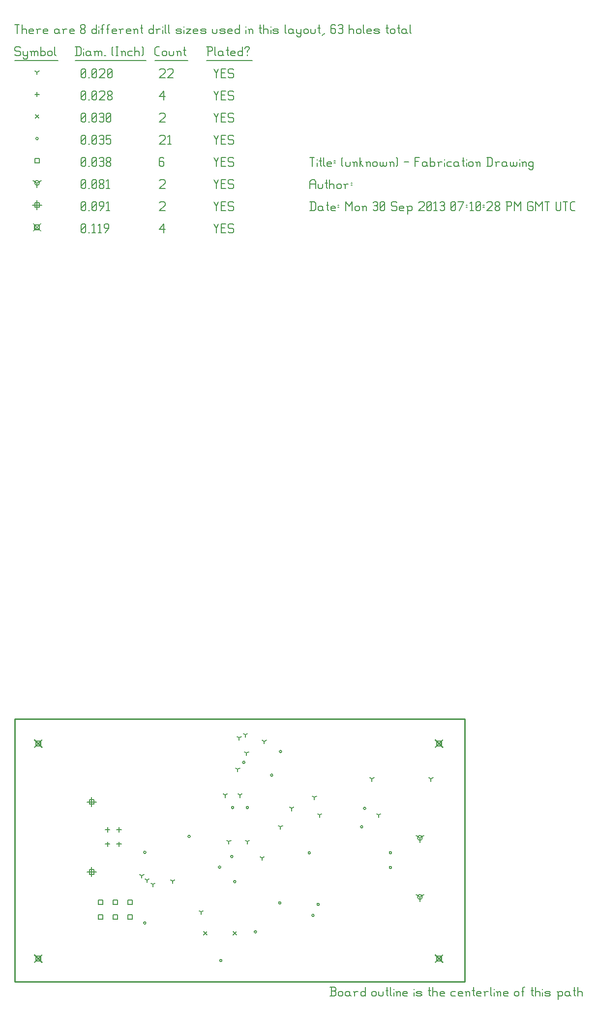
<source format=gbr>
G04 start of page 12 for group -3984 idx -3984 *
G04 Title: (unknown), fab *
G04 Creator: pcb 1.99z *
G04 CreationDate: Mon 30 Sep 2013 07:10:28 PM GMT UTC *
G04 For: commonadmin *
G04 Format: Gerber/RS-274X *
G04 PCB-Dimensions: 600000 500000 *
G04 PCB-Coordinate-Origin: lower left *
%MOIN*%
%FSLAX25Y25*%
%LNFAB*%
%ADD100C,0.0100*%
%ADD99C,0.0075*%
%ADD98C,0.0060*%
%ADD97R,0.0080X0.0080*%
%ADD96C,0.0001*%
G54D96*G36*
X13348Y18714D02*X18714Y13348D01*
X18148Y12782D01*
X12782Y18148D01*
X13348Y18714D01*
G37*
G36*
X12782Y13348D02*X18148Y18714D01*
X18714Y18148D01*
X13348Y12782D01*
X12782Y13348D01*
G37*
G54D97*X14148Y17348D02*X17348D01*
X14148D02*Y14148D01*
X17348D01*
Y17348D02*Y14148D01*
G54D96*G36*
X285002Y18714D02*X290367Y13348D01*
X289802Y12782D01*
X284436Y18148D01*
X285002Y18714D01*
G37*
G36*
X284436Y13348D02*X289802Y18714D01*
X290367Y18148D01*
X285002Y12782D01*
X284436Y13348D01*
G37*
G54D97*X285802Y17348D02*X289002D01*
X285802D02*Y14148D01*
X289002D01*
Y17348D02*Y14148D01*
G54D96*G36*
X13348Y164383D02*X18714Y159017D01*
X18148Y158452D01*
X12782Y163817D01*
X13348Y164383D01*
G37*
G36*
X12782Y159017D02*X18148Y164383D01*
X18714Y163817D01*
X13348Y158452D01*
X12782Y159017D01*
G37*
G54D97*X14148Y163017D02*X17348D01*
X14148D02*Y159817D01*
X17348D01*
Y163017D02*Y159817D01*
G54D96*G36*
X285002Y164383D02*X290367Y159017D01*
X289802Y158452D01*
X284436Y163817D01*
X285002Y164383D01*
G37*
G36*
X284436Y159017D02*X289802Y164383D01*
X290367Y163817D01*
X285002Y158452D01*
X284436Y159017D01*
G37*
G54D97*X285802Y163017D02*X289002D01*
X285802D02*Y159817D01*
X289002D01*
Y163017D02*Y159817D01*
G54D96*G36*
X12600Y514216D02*X17966Y508850D01*
X17400Y508284D01*
X12034Y513650D01*
X12600Y514216D01*
G37*
G36*
X12034Y508850D02*X17400Y514216D01*
X17966Y513650D01*
X12600Y508284D01*
X12034Y508850D01*
G37*
G54D97*X13400Y512850D02*X16600D01*
X13400D02*Y509650D01*
X16600D01*
Y512850D02*Y509650D01*
G54D98*X135000Y513500D02*X136500Y510500D01*
X138000Y513500D01*
X136500Y510500D02*Y507500D01*
X139800Y510800D02*X142050D01*
X139800Y507500D02*X142800D01*
X139800Y513500D02*Y507500D01*
Y513500D02*X142800D01*
X147600D02*X148350Y512750D01*
X145350Y513500D02*X147600D01*
X144600Y512750D02*X145350Y513500D01*
X144600Y512750D02*Y511250D01*
X145350Y510500D01*
X147600D01*
X148350Y509750D01*
Y508250D01*
X147600Y507500D02*X148350Y508250D01*
X145350Y507500D02*X147600D01*
X144600Y508250D02*X145350Y507500D01*
X98000Y509750D02*X101000Y513500D01*
X98000Y509750D02*X101750D01*
X101000Y513500D02*Y507500D01*
X45000Y508250D02*X45750Y507500D01*
X45000Y512750D02*Y508250D01*
Y512750D02*X45750Y513500D01*
X47250D01*
X48000Y512750D01*
Y508250D01*
X47250Y507500D02*X48000Y508250D01*
X45750Y507500D02*X47250D01*
X45000Y509000D02*X48000Y512000D01*
X49800Y507500D02*X50550D01*
X52350Y512300D02*X53550Y513500D01*
Y507500D01*
X52350D02*X54600D01*
X56400Y512300D02*X57600Y513500D01*
Y507500D01*
X56400D02*X58650D01*
X61200D02*X63450Y510500D01*
Y512750D02*Y510500D01*
X62700Y513500D02*X63450Y512750D01*
X61200Y513500D02*X62700D01*
X60450Y512750D02*X61200Y513500D01*
X60450Y512750D02*Y511250D01*
X61200Y510500D01*
X63450D01*
X52000Y77700D02*Y71300D01*
X48800Y74500D02*X55200D01*
X50400Y76100D02*X53600D01*
X50400D02*Y72900D01*
X53600D01*
Y76100D02*Y72900D01*
X52000Y125100D02*Y118700D01*
X48800Y121900D02*X55200D01*
X50400Y123500D02*X53600D01*
X50400D02*Y120300D01*
X53600D01*
Y123500D02*Y120300D01*
X15000Y529450D02*Y523050D01*
X11800Y526250D02*X18200D01*
X13400Y527850D02*X16600D01*
X13400D02*Y524650D01*
X16600D01*
Y527850D02*Y524650D01*
X135000Y528500D02*X136500Y525500D01*
X138000Y528500D01*
X136500Y525500D02*Y522500D01*
X139800Y525800D02*X142050D01*
X139800Y522500D02*X142800D01*
X139800Y528500D02*Y522500D01*
Y528500D02*X142800D01*
X147600D02*X148350Y527750D01*
X145350Y528500D02*X147600D01*
X144600Y527750D02*X145350Y528500D01*
X144600Y527750D02*Y526250D01*
X145350Y525500D01*
X147600D01*
X148350Y524750D01*
Y523250D01*
X147600Y522500D02*X148350Y523250D01*
X145350Y522500D02*X147600D01*
X144600Y523250D02*X145350Y522500D01*
X98000Y527750D02*X98750Y528500D01*
X101000D01*
X101750Y527750D01*
Y526250D01*
X98000Y522500D02*X101750Y526250D01*
X98000Y522500D02*X101750D01*
X45000Y523250D02*X45750Y522500D01*
X45000Y527750D02*Y523250D01*
Y527750D02*X45750Y528500D01*
X47250D01*
X48000Y527750D01*
Y523250D01*
X47250Y522500D02*X48000Y523250D01*
X45750Y522500D02*X47250D01*
X45000Y524000D02*X48000Y527000D01*
X49800Y522500D02*X50550D01*
X52350Y523250D02*X53100Y522500D01*
X52350Y527750D02*Y523250D01*
Y527750D02*X53100Y528500D01*
X54600D01*
X55350Y527750D01*
Y523250D01*
X54600Y522500D02*X55350Y523250D01*
X53100Y522500D02*X54600D01*
X52350Y524000D02*X55350Y527000D01*
X57900Y522500D02*X60150Y525500D01*
Y527750D02*Y525500D01*
X59400Y528500D02*X60150Y527750D01*
X57900Y528500D02*X59400D01*
X57150Y527750D02*X57900Y528500D01*
X57150Y527750D02*Y526250D01*
X57900Y525500D01*
X60150D01*
X61950Y527300D02*X63150Y528500D01*
Y522500D01*
X61950D02*X64200D01*
X274500Y97500D02*Y94300D01*
Y97500D02*X277273Y99100D01*
X274500Y97500D02*X271727Y99100D01*
X272900Y97500D02*G75*G03X276100Y97500I1600J0D01*G01*
G75*G03X272900Y97500I-1600J0D01*G01*
X274500Y57500D02*Y54300D01*
Y57500D02*X277273Y59100D01*
X274500Y57500D02*X271727Y59100D01*
X272900Y57500D02*G75*G03X276100Y57500I1600J0D01*G01*
G75*G03X272900Y57500I-1600J0D01*G01*
X15000Y541250D02*Y538050D01*
Y541250D02*X17773Y542850D01*
X15000Y541250D02*X12227Y542850D01*
X13400Y541250D02*G75*G03X16600Y541250I1600J0D01*G01*
G75*G03X13400Y541250I-1600J0D01*G01*
X135000Y543500D02*X136500Y540500D01*
X138000Y543500D01*
X136500Y540500D02*Y537500D01*
X139800Y540800D02*X142050D01*
X139800Y537500D02*X142800D01*
X139800Y543500D02*Y537500D01*
Y543500D02*X142800D01*
X147600D02*X148350Y542750D01*
X145350Y543500D02*X147600D01*
X144600Y542750D02*X145350Y543500D01*
X144600Y542750D02*Y541250D01*
X145350Y540500D01*
X147600D01*
X148350Y539750D01*
Y538250D01*
X147600Y537500D02*X148350Y538250D01*
X145350Y537500D02*X147600D01*
X144600Y538250D02*X145350Y537500D01*
X98000Y542750D02*X98750Y543500D01*
X101000D01*
X101750Y542750D01*
Y541250D01*
X98000Y537500D02*X101750Y541250D01*
X98000Y537500D02*X101750D01*
X45000Y538250D02*X45750Y537500D01*
X45000Y542750D02*Y538250D01*
Y542750D02*X45750Y543500D01*
X47250D01*
X48000Y542750D01*
Y538250D01*
X47250Y537500D02*X48000Y538250D01*
X45750Y537500D02*X47250D01*
X45000Y539000D02*X48000Y542000D01*
X49800Y537500D02*X50550D01*
X52350Y538250D02*X53100Y537500D01*
X52350Y542750D02*Y538250D01*
Y542750D02*X53100Y543500D01*
X54600D01*
X55350Y542750D01*
Y538250D01*
X54600Y537500D02*X55350Y538250D01*
X53100Y537500D02*X54600D01*
X52350Y539000D02*X55350Y542000D01*
X57150Y538250D02*X57900Y537500D01*
X57150Y539450D02*Y538250D01*
Y539450D02*X58200Y540500D01*
X59100D01*
X60150Y539450D01*
Y538250D01*
X59400Y537500D02*X60150Y538250D01*
X57900Y537500D02*X59400D01*
X57150Y541550D02*X58200Y540500D01*
X57150Y542750D02*Y541550D01*
Y542750D02*X57900Y543500D01*
X59400D01*
X60150Y542750D01*
Y541550D01*
X59100Y540500D02*X60150Y541550D01*
X61950Y542300D02*X63150Y543500D01*
Y537500D01*
X61950D02*X64200D01*
X76400Y55500D02*X79600D01*
X76400D02*Y52300D01*
X79600D01*
Y55500D02*Y52300D01*
X76400Y45500D02*X79600D01*
X76400D02*Y42300D01*
X79600D01*
Y45500D02*Y42300D01*
X66400Y55500D02*X69600D01*
X66400D02*Y52300D01*
X69600D01*
Y55500D02*Y52300D01*
X66400Y45500D02*X69600D01*
X66400D02*Y42300D01*
X69600D01*
Y45500D02*Y42300D01*
X56400Y55500D02*X59600D01*
X56400D02*Y52300D01*
X59600D01*
Y55500D02*Y52300D01*
X56400Y45500D02*X59600D01*
X56400D02*Y42300D01*
X59600D01*
Y45500D02*Y42300D01*
X13400Y557850D02*X16600D01*
X13400D02*Y554650D01*
X16600D01*
Y557850D02*Y554650D01*
X135000Y558500D02*X136500Y555500D01*
X138000Y558500D01*
X136500Y555500D02*Y552500D01*
X139800Y555800D02*X142050D01*
X139800Y552500D02*X142800D01*
X139800Y558500D02*Y552500D01*
Y558500D02*X142800D01*
X147600D02*X148350Y557750D01*
X145350Y558500D02*X147600D01*
X144600Y557750D02*X145350Y558500D01*
X144600Y557750D02*Y556250D01*
X145350Y555500D01*
X147600D01*
X148350Y554750D01*
Y553250D01*
X147600Y552500D02*X148350Y553250D01*
X145350Y552500D02*X147600D01*
X144600Y553250D02*X145350Y552500D01*
X100250Y558500D02*X101000Y557750D01*
X98750Y558500D02*X100250D01*
X98000Y557750D02*X98750Y558500D01*
X98000Y557750D02*Y553250D01*
X98750Y552500D01*
X100250Y555800D02*X101000Y555050D01*
X98000Y555800D02*X100250D01*
X98750Y552500D02*X100250D01*
X101000Y553250D01*
Y555050D02*Y553250D01*
X45000D02*X45750Y552500D01*
X45000Y557750D02*Y553250D01*
Y557750D02*X45750Y558500D01*
X47250D01*
X48000Y557750D01*
Y553250D01*
X47250Y552500D02*X48000Y553250D01*
X45750Y552500D02*X47250D01*
X45000Y554000D02*X48000Y557000D01*
X49800Y552500D02*X50550D01*
X52350Y553250D02*X53100Y552500D01*
X52350Y557750D02*Y553250D01*
Y557750D02*X53100Y558500D01*
X54600D01*
X55350Y557750D01*
Y553250D01*
X54600Y552500D02*X55350Y553250D01*
X53100Y552500D02*X54600D01*
X52350Y554000D02*X55350Y557000D01*
X57150Y557750D02*X57900Y558500D01*
X59400D01*
X60150Y557750D01*
X59400Y552500D02*X60150Y553250D01*
X57900Y552500D02*X59400D01*
X57150Y553250D02*X57900Y552500D01*
Y555800D02*X59400D01*
X60150Y557750D02*Y556550D01*
Y555050D02*Y553250D01*
Y555050D02*X59400Y555800D01*
X60150Y556550D02*X59400Y555800D01*
X61950Y553250D02*X62700Y552500D01*
X61950Y554450D02*Y553250D01*
Y554450D02*X63000Y555500D01*
X63900D01*
X64950Y554450D01*
Y553250D01*
X64200Y552500D02*X64950Y553250D01*
X62700Y552500D02*X64200D01*
X61950Y556550D02*X63000Y555500D01*
X61950Y557750D02*Y556550D01*
Y557750D02*X62700Y558500D01*
X64200D01*
X64950Y557750D01*
Y556550D01*
X63900Y555500D02*X64950Y556550D01*
X253700Y77500D02*G75*G03X255300Y77500I800J0D01*G01*
G75*G03X253700Y77500I-800J0D01*G01*
Y87500D02*G75*G03X255300Y87500I800J0D01*G01*
G75*G03X253700Y87500I-800J0D01*G01*
X137885Y77648D02*G75*G03X139485Y77648I800J0D01*G01*
G75*G03X137885Y77648I-800J0D01*G01*
X146200Y84900D02*G75*G03X147800Y84900I800J0D01*G01*
G75*G03X146200Y84900I-800J0D01*G01*
X87200Y87710D02*G75*G03X88800Y87710I800J0D01*G01*
G75*G03X87200Y87710I-800J0D01*G01*
X148200Y67900D02*G75*G03X149800Y67900I800J0D01*G01*
G75*G03X148200Y67900I-800J0D01*G01*
X162200Y33900D02*G75*G03X163800Y33900I800J0D01*G01*
G75*G03X162200Y33900I-800J0D01*G01*
X117200Y98500D02*G75*G03X118800Y98500I800J0D01*G01*
G75*G03X117200Y98500I-800J0D01*G01*
X154300Y148700D02*G75*G03X155900Y148700I800J0D01*G01*
G75*G03X154300Y148700I-800J0D01*G01*
X173200Y140000D02*G75*G03X174800Y140000I800J0D01*G01*
G75*G03X173200Y140000I-800J0D01*G01*
X179200Y156000D02*G75*G03X180800Y156000I800J0D01*G01*
G75*G03X179200Y156000I-800J0D01*G01*
X198700Y87324D02*G75*G03X200300Y87324I800J0D01*G01*
G75*G03X198700Y87324I-800J0D01*G01*
X201200Y45000D02*G75*G03X202800Y45000I800J0D01*G01*
G75*G03X201200Y45000I-800J0D01*G01*
X178700Y53500D02*G75*G03X180300Y53500I800J0D01*G01*
G75*G03X178700Y53500I-800J0D01*G01*
X204700Y52500D02*G75*G03X206300Y52500I800J0D01*G01*
G75*G03X204700Y52500I-800J0D01*G01*
X236200Y117500D02*G75*G03X237800Y117500I800J0D01*G01*
G75*G03X236200Y117500I-800J0D01*G01*
X234200Y105000D02*G75*G03X235800Y105000I800J0D01*G01*
G75*G03X234200Y105000I-800J0D01*G01*
X146700Y118000D02*G75*G03X148300Y118000I800J0D01*G01*
G75*G03X146700Y118000I-800J0D01*G01*
X156700D02*G75*G03X158300Y118000I800J0D01*G01*
G75*G03X156700Y118000I-800J0D01*G01*
X138685Y14375D02*G75*G03X140285Y14375I800J0D01*G01*
G75*G03X138685Y14375I-800J0D01*G01*
X87200Y39900D02*G75*G03X88800Y39900I800J0D01*G01*
G75*G03X87200Y39900I-800J0D01*G01*
X14200Y571250D02*G75*G03X15800Y571250I800J0D01*G01*
G75*G03X14200Y571250I-800J0D01*G01*
X135000Y573500D02*X136500Y570500D01*
X138000Y573500D01*
X136500Y570500D02*Y567500D01*
X139800Y570800D02*X142050D01*
X139800Y567500D02*X142800D01*
X139800Y573500D02*Y567500D01*
Y573500D02*X142800D01*
X147600D02*X148350Y572750D01*
X145350Y573500D02*X147600D01*
X144600Y572750D02*X145350Y573500D01*
X144600Y572750D02*Y571250D01*
X145350Y570500D01*
X147600D01*
X148350Y569750D01*
Y568250D01*
X147600Y567500D02*X148350Y568250D01*
X145350Y567500D02*X147600D01*
X144600Y568250D02*X145350Y567500D01*
X98000Y572750D02*X98750Y573500D01*
X101000D01*
X101750Y572750D01*
Y571250D01*
X98000Y567500D02*X101750Y571250D01*
X98000Y567500D02*X101750D01*
X103550Y572300D02*X104750Y573500D01*
Y567500D01*
X103550D02*X105800D01*
X45000Y568250D02*X45750Y567500D01*
X45000Y572750D02*Y568250D01*
Y572750D02*X45750Y573500D01*
X47250D01*
X48000Y572750D01*
Y568250D01*
X47250Y567500D02*X48000Y568250D01*
X45750Y567500D02*X47250D01*
X45000Y569000D02*X48000Y572000D01*
X49800Y567500D02*X50550D01*
X52350Y568250D02*X53100Y567500D01*
X52350Y572750D02*Y568250D01*
Y572750D02*X53100Y573500D01*
X54600D01*
X55350Y572750D01*
Y568250D01*
X54600Y567500D02*X55350Y568250D01*
X53100Y567500D02*X54600D01*
X52350Y569000D02*X55350Y572000D01*
X57150Y572750D02*X57900Y573500D01*
X59400D01*
X60150Y572750D01*
X59400Y567500D02*X60150Y568250D01*
X57900Y567500D02*X59400D01*
X57150Y568250D02*X57900Y567500D01*
Y570800D02*X59400D01*
X60150Y572750D02*Y571550D01*
Y570050D02*Y568250D01*
Y570050D02*X59400Y570800D01*
X60150Y571550D02*X59400Y570800D01*
X61950Y573500D02*X64950D01*
X61950D02*Y570500D01*
X62700Y571250D01*
X64200D01*
X64950Y570500D01*
Y568250D01*
X64200Y567500D02*X64950Y568250D01*
X62700Y567500D02*X64200D01*
X61950Y568250D02*X62700Y567500D01*
X147800Y34100D02*X150200Y31700D01*
X147800D02*X150200Y34100D01*
X127800D02*X130200Y31700D01*
X127800D02*X130200Y34100D01*
X13800Y587450D02*X16200Y585050D01*
X13800D02*X16200Y587450D01*
X135000Y588500D02*X136500Y585500D01*
X138000Y588500D01*
X136500Y585500D02*Y582500D01*
X139800Y585800D02*X142050D01*
X139800Y582500D02*X142800D01*
X139800Y588500D02*Y582500D01*
Y588500D02*X142800D01*
X147600D02*X148350Y587750D01*
X145350Y588500D02*X147600D01*
X144600Y587750D02*X145350Y588500D01*
X144600Y587750D02*Y586250D01*
X145350Y585500D01*
X147600D01*
X148350Y584750D01*
Y583250D01*
X147600Y582500D02*X148350Y583250D01*
X145350Y582500D02*X147600D01*
X144600Y583250D02*X145350Y582500D01*
X98000Y587750D02*X98750Y588500D01*
X101000D01*
X101750Y587750D01*
Y586250D01*
X98000Y582500D02*X101750Y586250D01*
X98000Y582500D02*X101750D01*
X45000Y583250D02*X45750Y582500D01*
X45000Y587750D02*Y583250D01*
Y587750D02*X45750Y588500D01*
X47250D01*
X48000Y587750D01*
Y583250D01*
X47250Y582500D02*X48000Y583250D01*
X45750Y582500D02*X47250D01*
X45000Y584000D02*X48000Y587000D01*
X49800Y582500D02*X50550D01*
X52350Y583250D02*X53100Y582500D01*
X52350Y587750D02*Y583250D01*
Y587750D02*X53100Y588500D01*
X54600D01*
X55350Y587750D01*
Y583250D01*
X54600Y582500D02*X55350Y583250D01*
X53100Y582500D02*X54600D01*
X52350Y584000D02*X55350Y587000D01*
X57150Y587750D02*X57900Y588500D01*
X59400D01*
X60150Y587750D01*
X59400Y582500D02*X60150Y583250D01*
X57900Y582500D02*X59400D01*
X57150Y583250D02*X57900Y582500D01*
Y585800D02*X59400D01*
X60150Y587750D02*Y586550D01*
Y585050D02*Y583250D01*
Y585050D02*X59400Y585800D01*
X60150Y586550D02*X59400Y585800D01*
X61950Y583250D02*X62700Y582500D01*
X61950Y587750D02*Y583250D01*
Y587750D02*X62700Y588500D01*
X64200D01*
X64950Y587750D01*
Y583250D01*
X64200Y582500D02*X64950Y583250D01*
X62700Y582500D02*X64200D01*
X61950Y584000D02*X64950Y587000D01*
X62700Y94900D02*Y91700D01*
X61100Y93300D02*X64300D01*
X62700Y104700D02*Y101500D01*
X61100Y103100D02*X64300D01*
X70500Y104700D02*Y101500D01*
X68900Y103100D02*X72100D01*
X70500Y94900D02*Y91700D01*
X68900Y93300D02*X72100D01*
X15000Y602850D02*Y599650D01*
X13400Y601250D02*X16600D01*
X135000Y603500D02*X136500Y600500D01*
X138000Y603500D01*
X136500Y600500D02*Y597500D01*
X139800Y600800D02*X142050D01*
X139800Y597500D02*X142800D01*
X139800Y603500D02*Y597500D01*
Y603500D02*X142800D01*
X147600D02*X148350Y602750D01*
X145350Y603500D02*X147600D01*
X144600Y602750D02*X145350Y603500D01*
X144600Y602750D02*Y601250D01*
X145350Y600500D01*
X147600D01*
X148350Y599750D01*
Y598250D01*
X147600Y597500D02*X148350Y598250D01*
X145350Y597500D02*X147600D01*
X144600Y598250D02*X145350Y597500D01*
X98000Y599750D02*X101000Y603500D01*
X98000Y599750D02*X101750D01*
X101000Y603500D02*Y597500D01*
X45000Y598250D02*X45750Y597500D01*
X45000Y602750D02*Y598250D01*
Y602750D02*X45750Y603500D01*
X47250D01*
X48000Y602750D01*
Y598250D01*
X47250Y597500D02*X48000Y598250D01*
X45750Y597500D02*X47250D01*
X45000Y599000D02*X48000Y602000D01*
X49800Y597500D02*X50550D01*
X52350Y598250D02*X53100Y597500D01*
X52350Y602750D02*Y598250D01*
Y602750D02*X53100Y603500D01*
X54600D01*
X55350Y602750D01*
Y598250D01*
X54600Y597500D02*X55350Y598250D01*
X53100Y597500D02*X54600D01*
X52350Y599000D02*X55350Y602000D01*
X57150Y602750D02*X57900Y603500D01*
X60150D01*
X60900Y602750D01*
Y601250D01*
X57150Y597500D02*X60900Y601250D01*
X57150Y597500D02*X60900D01*
X62700Y598250D02*X63450Y597500D01*
X62700Y599450D02*Y598250D01*
Y599450D02*X63750Y600500D01*
X64650D01*
X65700Y599450D01*
Y598250D01*
X64950Y597500D02*X65700Y598250D01*
X63450Y597500D02*X64950D01*
X62700Y601550D02*X63750Y600500D01*
X62700Y602750D02*Y601550D01*
Y602750D02*X63450Y603500D01*
X64950D01*
X65700Y602750D01*
Y601550D01*
X64650Y600500D02*X65700Y601550D01*
X246500Y113000D02*Y111400D01*
Y113000D02*X247887Y113800D01*
X246500Y113000D02*X245113Y113800D01*
X206500Y113000D02*Y111400D01*
Y113000D02*X207887Y113800D01*
X206500Y113000D02*X205113Y113800D01*
X282000Y137500D02*Y135900D01*
Y137500D02*X283387Y138300D01*
X282000Y137500D02*X280613Y138300D01*
X242000Y137500D02*Y135900D01*
Y137500D02*X243387Y138300D01*
X242000Y137500D02*X240613Y138300D01*
X126086Y47396D02*Y45796D01*
Y47396D02*X127472Y48196D01*
X126086Y47396D02*X124699Y48196D01*
X86000Y71900D02*Y70300D01*
Y71900D02*X87387Y72700D01*
X86000Y71900D02*X84613Y72700D01*
X89500Y68900D02*Y67300D01*
Y68900D02*X90887Y69700D01*
X89500Y68900D02*X88113Y69700D01*
X156300Y167400D02*Y165800D01*
Y167400D02*X157687Y168200D01*
X156300Y167400D02*X154913Y168200D01*
X152000Y165400D02*Y163800D01*
Y165400D02*X153387Y166200D01*
X152000Y165400D02*X150613Y166200D01*
X169000Y162900D02*Y161300D01*
Y162900D02*X170387Y163700D01*
X169000Y162900D02*X167613Y163700D01*
X93500Y66000D02*Y64400D01*
Y66000D02*X94887Y66800D01*
X93500Y66000D02*X92113Y66800D01*
X106800Y68200D02*Y66600D01*
Y68200D02*X108187Y69000D01*
X106800Y68200D02*X105413Y69000D01*
X157500Y95000D02*Y93400D01*
Y95000D02*X158887Y95800D01*
X157500Y95000D02*X156113Y95800D01*
X157000Y155000D02*Y153400D01*
Y155000D02*X158387Y155800D01*
X157000Y155000D02*X155613Y155800D01*
X167500Y83900D02*Y82300D01*
Y83900D02*X168887Y84700D01*
X167500Y83900D02*X166113Y84700D01*
X145000Y95000D02*Y93400D01*
Y95000D02*X146387Y95800D01*
X145000Y95000D02*X143613Y95800D01*
X152500Y126500D02*Y124900D01*
Y126500D02*X153887Y127300D01*
X152500Y126500D02*X151113Y127300D01*
X203000Y125000D02*Y123400D01*
Y125000D02*X204387Y125800D01*
X203000Y125000D02*X201613Y125800D01*
X180000Y105000D02*Y103400D01*
Y105000D02*X181387Y105800D01*
X180000Y105000D02*X178613Y105800D01*
X187500Y117500D02*Y115900D01*
Y117500D02*X188887Y118300D01*
X187500Y117500D02*X186113Y118300D01*
X142500Y126500D02*Y124900D01*
Y126500D02*X143887Y127300D01*
X142500Y126500D02*X141113Y127300D01*
X151000Y144000D02*Y142400D01*
Y144000D02*X152387Y144800D01*
X151000Y144000D02*X149613Y144800D01*
X15000Y616250D02*Y614650D01*
Y616250D02*X16387Y617050D01*
X15000Y616250D02*X13613Y617050D01*
X135000Y618500D02*X136500Y615500D01*
X138000Y618500D01*
X136500Y615500D02*Y612500D01*
X139800Y615800D02*X142050D01*
X139800Y612500D02*X142800D01*
X139800Y618500D02*Y612500D01*
Y618500D02*X142800D01*
X147600D02*X148350Y617750D01*
X145350Y618500D02*X147600D01*
X144600Y617750D02*X145350Y618500D01*
X144600Y617750D02*Y616250D01*
X145350Y615500D01*
X147600D01*
X148350Y614750D01*
Y613250D01*
X147600Y612500D02*X148350Y613250D01*
X145350Y612500D02*X147600D01*
X144600Y613250D02*X145350Y612500D01*
X98000Y617750D02*X98750Y618500D01*
X101000D01*
X101750Y617750D01*
Y616250D01*
X98000Y612500D02*X101750Y616250D01*
X98000Y612500D02*X101750D01*
X103550Y617750D02*X104300Y618500D01*
X106550D01*
X107300Y617750D01*
Y616250D01*
X103550Y612500D02*X107300Y616250D01*
X103550Y612500D02*X107300D01*
X45000Y613250D02*X45750Y612500D01*
X45000Y617750D02*Y613250D01*
Y617750D02*X45750Y618500D01*
X47250D01*
X48000Y617750D01*
Y613250D01*
X47250Y612500D02*X48000Y613250D01*
X45750Y612500D02*X47250D01*
X45000Y614000D02*X48000Y617000D01*
X49800Y612500D02*X50550D01*
X52350Y613250D02*X53100Y612500D01*
X52350Y617750D02*Y613250D01*
Y617750D02*X53100Y618500D01*
X54600D01*
X55350Y617750D01*
Y613250D01*
X54600Y612500D02*X55350Y613250D01*
X53100Y612500D02*X54600D01*
X52350Y614000D02*X55350Y617000D01*
X57150Y617750D02*X57900Y618500D01*
X60150D01*
X60900Y617750D01*
Y616250D01*
X57150Y612500D02*X60900Y616250D01*
X57150Y612500D02*X60900D01*
X62700Y613250D02*X63450Y612500D01*
X62700Y617750D02*Y613250D01*
Y617750D02*X63450Y618500D01*
X64950D01*
X65700Y617750D01*
Y613250D01*
X64950Y612500D02*X65700Y613250D01*
X63450Y612500D02*X64950D01*
X62700Y614000D02*X65700Y617000D01*
X3000Y633500D02*X3750Y632750D01*
X750Y633500D02*X3000D01*
X0Y632750D02*X750Y633500D01*
X0Y632750D02*Y631250D01*
X750Y630500D01*
X3000D01*
X3750Y629750D01*
Y628250D01*
X3000Y627500D02*X3750Y628250D01*
X750Y627500D02*X3000D01*
X0Y628250D02*X750Y627500D01*
X5550Y630500D02*Y628250D01*
X6300Y627500D01*
X8550Y630500D02*Y626000D01*
X7800Y625250D02*X8550Y626000D01*
X6300Y625250D02*X7800D01*
X5550Y626000D02*X6300Y625250D01*
Y627500D02*X7800D01*
X8550Y628250D01*
X11100Y629750D02*Y627500D01*
Y629750D02*X11850Y630500D01*
X12600D01*
X13350Y629750D01*
Y627500D01*
Y629750D02*X14100Y630500D01*
X14850D01*
X15600Y629750D01*
Y627500D01*
X10350Y630500D02*X11100Y629750D01*
X17400Y633500D02*Y627500D01*
Y628250D02*X18150Y627500D01*
X19650D01*
X20400Y628250D01*
Y629750D02*Y628250D01*
X19650Y630500D02*X20400Y629750D01*
X18150Y630500D02*X19650D01*
X17400Y629750D02*X18150Y630500D01*
X22200Y629750D02*Y628250D01*
Y629750D02*X22950Y630500D01*
X24450D01*
X25200Y629750D01*
Y628250D01*
X24450Y627500D02*X25200Y628250D01*
X22950Y627500D02*X24450D01*
X22200Y628250D02*X22950Y627500D01*
X27000Y633500D02*Y628250D01*
X27750Y627500D01*
X0Y624250D02*X29250D01*
X41750Y633500D02*Y627500D01*
X43700Y633500D02*X44750Y632450D01*
Y628550D01*
X43700Y627500D02*X44750Y628550D01*
X41000Y627500D02*X43700D01*
X41000Y633500D02*X43700D01*
G54D99*X46550Y632000D02*Y631850D01*
G54D98*Y629750D02*Y627500D01*
X50300Y630500D02*X51050Y629750D01*
X48800Y630500D02*X50300D01*
X48050Y629750D02*X48800Y630500D01*
X48050Y629750D02*Y628250D01*
X48800Y627500D01*
X51050Y630500D02*Y628250D01*
X51800Y627500D01*
X48800D02*X50300D01*
X51050Y628250D01*
X54350Y629750D02*Y627500D01*
Y629750D02*X55100Y630500D01*
X55850D01*
X56600Y629750D01*
Y627500D01*
Y629750D02*X57350Y630500D01*
X58100D01*
X58850Y629750D01*
Y627500D01*
X53600Y630500D02*X54350Y629750D01*
X60650Y627500D02*X61400D01*
X65900Y628250D02*X66650Y627500D01*
X65900Y632750D02*X66650Y633500D01*
X65900Y632750D02*Y628250D01*
X68450Y633500D02*X69950D01*
X69200D02*Y627500D01*
X68450D02*X69950D01*
X72500Y629750D02*Y627500D01*
Y629750D02*X73250Y630500D01*
X74000D01*
X74750Y629750D01*
Y627500D01*
X71750Y630500D02*X72500Y629750D01*
X77300Y630500D02*X79550D01*
X76550Y629750D02*X77300Y630500D01*
X76550Y629750D02*Y628250D01*
X77300Y627500D01*
X79550D01*
X81350Y633500D02*Y627500D01*
Y629750D02*X82100Y630500D01*
X83600D01*
X84350Y629750D01*
Y627500D01*
X86150Y633500D02*X86900Y632750D01*
Y628250D01*
X86150Y627500D02*X86900Y628250D01*
X41000Y624250D02*X88700D01*
X96050Y627500D02*X98000D01*
X95000Y628550D02*X96050Y627500D01*
X95000Y632450D02*Y628550D01*
Y632450D02*X96050Y633500D01*
X98000D01*
X99800Y629750D02*Y628250D01*
Y629750D02*X100550Y630500D01*
X102050D01*
X102800Y629750D01*
Y628250D01*
X102050Y627500D02*X102800Y628250D01*
X100550Y627500D02*X102050D01*
X99800Y628250D02*X100550Y627500D01*
X104600Y630500D02*Y628250D01*
X105350Y627500D01*
X106850D01*
X107600Y628250D01*
Y630500D02*Y628250D01*
X110150Y629750D02*Y627500D01*
Y629750D02*X110900Y630500D01*
X111650D01*
X112400Y629750D01*
Y627500D01*
X109400Y630500D02*X110150Y629750D01*
X114950Y633500D02*Y628250D01*
X115700Y627500D01*
X114200Y631250D02*X115700D01*
X95000Y624250D02*X117200D01*
X130750Y633500D02*Y627500D01*
X130000Y633500D02*X133000D01*
X133750Y632750D01*
Y631250D01*
X133000Y630500D02*X133750Y631250D01*
X130750Y630500D02*X133000D01*
X135550Y633500D02*Y628250D01*
X136300Y627500D01*
X140050Y630500D02*X140800Y629750D01*
X138550Y630500D02*X140050D01*
X137800Y629750D02*X138550Y630500D01*
X137800Y629750D02*Y628250D01*
X138550Y627500D01*
X140800Y630500D02*Y628250D01*
X141550Y627500D01*
X138550D02*X140050D01*
X140800Y628250D01*
X144100Y633500D02*Y628250D01*
X144850Y627500D01*
X143350Y631250D02*X144850D01*
X147100Y627500D02*X149350D01*
X146350Y628250D02*X147100Y627500D01*
X146350Y629750D02*Y628250D01*
Y629750D02*X147100Y630500D01*
X148600D01*
X149350Y629750D01*
X146350Y629000D02*X149350D01*
Y629750D02*Y629000D01*
X154150Y633500D02*Y627500D01*
X153400D02*X154150Y628250D01*
X151900Y627500D02*X153400D01*
X151150Y628250D02*X151900Y627500D01*
X151150Y629750D02*Y628250D01*
Y629750D02*X151900Y630500D01*
X153400D01*
X154150Y629750D01*
X157450Y630500D02*Y629750D01*
Y628250D02*Y627500D01*
X155950Y632750D02*Y632000D01*
Y632750D02*X156700Y633500D01*
X158200D01*
X158950Y632750D01*
Y632000D01*
X157450Y630500D02*X158950Y632000D01*
X130000Y624250D02*X160750D01*
X0Y648500D02*X3000D01*
X1500D02*Y642500D01*
X4800Y648500D02*Y642500D01*
Y644750D02*X5550Y645500D01*
X7050D01*
X7800Y644750D01*
Y642500D01*
X10350D02*X12600D01*
X9600Y643250D02*X10350Y642500D01*
X9600Y644750D02*Y643250D01*
Y644750D02*X10350Y645500D01*
X11850D01*
X12600Y644750D01*
X9600Y644000D02*X12600D01*
Y644750D02*Y644000D01*
X15150Y644750D02*Y642500D01*
Y644750D02*X15900Y645500D01*
X17400D01*
X14400D02*X15150Y644750D01*
X19950Y642500D02*X22200D01*
X19200Y643250D02*X19950Y642500D01*
X19200Y644750D02*Y643250D01*
Y644750D02*X19950Y645500D01*
X21450D01*
X22200Y644750D01*
X19200Y644000D02*X22200D01*
Y644750D02*Y644000D01*
X28950Y645500D02*X29700Y644750D01*
X27450Y645500D02*X28950D01*
X26700Y644750D02*X27450Y645500D01*
X26700Y644750D02*Y643250D01*
X27450Y642500D01*
X29700Y645500D02*Y643250D01*
X30450Y642500D01*
X27450D02*X28950D01*
X29700Y643250D01*
X33000Y644750D02*Y642500D01*
Y644750D02*X33750Y645500D01*
X35250D01*
X32250D02*X33000Y644750D01*
X37800Y642500D02*X40050D01*
X37050Y643250D02*X37800Y642500D01*
X37050Y644750D02*Y643250D01*
Y644750D02*X37800Y645500D01*
X39300D01*
X40050Y644750D01*
X37050Y644000D02*X40050D01*
Y644750D02*Y644000D01*
X44550Y643250D02*X45300Y642500D01*
X44550Y644450D02*Y643250D01*
Y644450D02*X45600Y645500D01*
X46500D01*
X47550Y644450D01*
Y643250D01*
X46800Y642500D02*X47550Y643250D01*
X45300Y642500D02*X46800D01*
X44550Y646550D02*X45600Y645500D01*
X44550Y647750D02*Y646550D01*
Y647750D02*X45300Y648500D01*
X46800D01*
X47550Y647750D01*
Y646550D01*
X46500Y645500D02*X47550Y646550D01*
X55050Y648500D02*Y642500D01*
X54300D02*X55050Y643250D01*
X52800Y642500D02*X54300D01*
X52050Y643250D02*X52800Y642500D01*
X52050Y644750D02*Y643250D01*
Y644750D02*X52800Y645500D01*
X54300D01*
X55050Y644750D01*
G54D99*X56850Y647000D02*Y646850D01*
G54D98*Y644750D02*Y642500D01*
X59100Y647750D02*Y642500D01*
Y647750D02*X59850Y648500D01*
X60600D01*
X58350Y645500D02*X59850D01*
X62850Y647750D02*Y642500D01*
Y647750D02*X63600Y648500D01*
X64350D01*
X62100Y645500D02*X63600D01*
X66600Y642500D02*X68850D01*
X65850Y643250D02*X66600Y642500D01*
X65850Y644750D02*Y643250D01*
Y644750D02*X66600Y645500D01*
X68100D01*
X68850Y644750D01*
X65850Y644000D02*X68850D01*
Y644750D02*Y644000D01*
X71400Y644750D02*Y642500D01*
Y644750D02*X72150Y645500D01*
X73650D01*
X70650D02*X71400Y644750D01*
X76200Y642500D02*X78450D01*
X75450Y643250D02*X76200Y642500D01*
X75450Y644750D02*Y643250D01*
Y644750D02*X76200Y645500D01*
X77700D01*
X78450Y644750D01*
X75450Y644000D02*X78450D01*
Y644750D02*Y644000D01*
X81000Y644750D02*Y642500D01*
Y644750D02*X81750Y645500D01*
X82500D01*
X83250Y644750D01*
Y642500D01*
X80250Y645500D02*X81000Y644750D01*
X85800Y648500D02*Y643250D01*
X86550Y642500D01*
X85050Y646250D02*X86550D01*
X93750Y648500D02*Y642500D01*
X93000D02*X93750Y643250D01*
X91500Y642500D02*X93000D01*
X90750Y643250D02*X91500Y642500D01*
X90750Y644750D02*Y643250D01*
Y644750D02*X91500Y645500D01*
X93000D01*
X93750Y644750D01*
X96300D02*Y642500D01*
Y644750D02*X97050Y645500D01*
X98550D01*
X95550D02*X96300Y644750D01*
G54D99*X100350Y647000D02*Y646850D01*
G54D98*Y644750D02*Y642500D01*
X101850Y648500D02*Y643250D01*
X102600Y642500D01*
X104100Y648500D02*Y643250D01*
X104850Y642500D01*
X109800D02*X112050D01*
X112800Y643250D01*
X112050Y644000D02*X112800Y643250D01*
X109800Y644000D02*X112050D01*
X109050Y644750D02*X109800Y644000D01*
X109050Y644750D02*X109800Y645500D01*
X112050D01*
X112800Y644750D01*
X109050Y643250D02*X109800Y642500D01*
G54D99*X114600Y647000D02*Y646850D01*
G54D98*Y644750D02*Y642500D01*
X116100Y645500D02*X119100D01*
X116100Y642500D02*X119100Y645500D01*
X116100Y642500D02*X119100D01*
X121650D02*X123900D01*
X120900Y643250D02*X121650Y642500D01*
X120900Y644750D02*Y643250D01*
Y644750D02*X121650Y645500D01*
X123150D01*
X123900Y644750D01*
X120900Y644000D02*X123900D01*
Y644750D02*Y644000D01*
X126450Y642500D02*X128700D01*
X129450Y643250D01*
X128700Y644000D02*X129450Y643250D01*
X126450Y644000D02*X128700D01*
X125700Y644750D02*X126450Y644000D01*
X125700Y644750D02*X126450Y645500D01*
X128700D01*
X129450Y644750D01*
X125700Y643250D02*X126450Y642500D01*
X133950Y645500D02*Y643250D01*
X134700Y642500D01*
X136200D01*
X136950Y643250D01*
Y645500D02*Y643250D01*
X139500Y642500D02*X141750D01*
X142500Y643250D01*
X141750Y644000D02*X142500Y643250D01*
X139500Y644000D02*X141750D01*
X138750Y644750D02*X139500Y644000D01*
X138750Y644750D02*X139500Y645500D01*
X141750D01*
X142500Y644750D01*
X138750Y643250D02*X139500Y642500D01*
X145050D02*X147300D01*
X144300Y643250D02*X145050Y642500D01*
X144300Y644750D02*Y643250D01*
Y644750D02*X145050Y645500D01*
X146550D01*
X147300Y644750D01*
X144300Y644000D02*X147300D01*
Y644750D02*Y644000D01*
X152100Y648500D02*Y642500D01*
X151350D02*X152100Y643250D01*
X149850Y642500D02*X151350D01*
X149100Y643250D02*X149850Y642500D01*
X149100Y644750D02*Y643250D01*
Y644750D02*X149850Y645500D01*
X151350D01*
X152100Y644750D01*
G54D99*X156600Y647000D02*Y646850D01*
G54D98*Y644750D02*Y642500D01*
X158850Y644750D02*Y642500D01*
Y644750D02*X159600Y645500D01*
X160350D01*
X161100Y644750D01*
Y642500D01*
X158100Y645500D02*X158850Y644750D01*
X166350Y648500D02*Y643250D01*
X167100Y642500D01*
X165600Y646250D02*X167100D01*
X168600Y648500D02*Y642500D01*
Y644750D02*X169350Y645500D01*
X170850D01*
X171600Y644750D01*
Y642500D01*
G54D99*X173400Y647000D02*Y646850D01*
G54D98*Y644750D02*Y642500D01*
X175650D02*X177900D01*
X178650Y643250D01*
X177900Y644000D02*X178650Y643250D01*
X175650Y644000D02*X177900D01*
X174900Y644750D02*X175650Y644000D01*
X174900Y644750D02*X175650Y645500D01*
X177900D01*
X178650Y644750D01*
X174900Y643250D02*X175650Y642500D01*
X183150Y648500D02*Y643250D01*
X183900Y642500D01*
X187650Y645500D02*X188400Y644750D01*
X186150Y645500D02*X187650D01*
X185400Y644750D02*X186150Y645500D01*
X185400Y644750D02*Y643250D01*
X186150Y642500D01*
X188400Y645500D02*Y643250D01*
X189150Y642500D01*
X186150D02*X187650D01*
X188400Y643250D01*
X190950Y645500D02*Y643250D01*
X191700Y642500D01*
X193950Y645500D02*Y641000D01*
X193200Y640250D02*X193950Y641000D01*
X191700Y640250D02*X193200D01*
X190950Y641000D02*X191700Y640250D01*
Y642500D02*X193200D01*
X193950Y643250D01*
X195750Y644750D02*Y643250D01*
Y644750D02*X196500Y645500D01*
X198000D01*
X198750Y644750D01*
Y643250D01*
X198000Y642500D02*X198750Y643250D01*
X196500Y642500D02*X198000D01*
X195750Y643250D02*X196500Y642500D01*
X200550Y645500D02*Y643250D01*
X201300Y642500D01*
X202800D01*
X203550Y643250D01*
Y645500D02*Y643250D01*
X206100Y648500D02*Y643250D01*
X206850Y642500D01*
X205350Y646250D02*X206850D01*
X208350Y641000D02*X209850Y642500D01*
X216600Y648500D02*X217350Y647750D01*
X215100Y648500D02*X216600D01*
X214350Y647750D02*X215100Y648500D01*
X214350Y647750D02*Y643250D01*
X215100Y642500D01*
X216600Y645800D02*X217350Y645050D01*
X214350Y645800D02*X216600D01*
X215100Y642500D02*X216600D01*
X217350Y643250D01*
Y645050D02*Y643250D01*
X219150Y647750D02*X219900Y648500D01*
X221400D01*
X222150Y647750D01*
X221400Y642500D02*X222150Y643250D01*
X219900Y642500D02*X221400D01*
X219150Y643250D02*X219900Y642500D01*
Y645800D02*X221400D01*
X222150Y647750D02*Y646550D01*
Y645050D02*Y643250D01*
Y645050D02*X221400Y645800D01*
X222150Y646550D02*X221400Y645800D01*
X226650Y648500D02*Y642500D01*
Y644750D02*X227400Y645500D01*
X228900D01*
X229650Y644750D01*
Y642500D01*
X231450Y644750D02*Y643250D01*
Y644750D02*X232200Y645500D01*
X233700D01*
X234450Y644750D01*
Y643250D01*
X233700Y642500D02*X234450Y643250D01*
X232200Y642500D02*X233700D01*
X231450Y643250D02*X232200Y642500D01*
X236250Y648500D02*Y643250D01*
X237000Y642500D01*
X239250D02*X241500D01*
X238500Y643250D02*X239250Y642500D01*
X238500Y644750D02*Y643250D01*
Y644750D02*X239250Y645500D01*
X240750D01*
X241500Y644750D01*
X238500Y644000D02*X241500D01*
Y644750D02*Y644000D01*
X244050Y642500D02*X246300D01*
X247050Y643250D01*
X246300Y644000D02*X247050Y643250D01*
X244050Y644000D02*X246300D01*
X243300Y644750D02*X244050Y644000D01*
X243300Y644750D02*X244050Y645500D01*
X246300D01*
X247050Y644750D01*
X243300Y643250D02*X244050Y642500D01*
X252300Y648500D02*Y643250D01*
X253050Y642500D01*
X251550Y646250D02*X253050D01*
X254550Y644750D02*Y643250D01*
Y644750D02*X255300Y645500D01*
X256800D01*
X257550Y644750D01*
Y643250D01*
X256800Y642500D02*X257550Y643250D01*
X255300Y642500D02*X256800D01*
X254550Y643250D02*X255300Y642500D01*
X260100Y648500D02*Y643250D01*
X260850Y642500D01*
X259350Y646250D02*X260850D01*
X264600Y645500D02*X265350Y644750D01*
X263100Y645500D02*X264600D01*
X262350Y644750D02*X263100Y645500D01*
X262350Y644750D02*Y643250D01*
X263100Y642500D01*
X265350Y645500D02*Y643250D01*
X266100Y642500D01*
X263100D02*X264600D01*
X265350Y643250D01*
X267900Y648500D02*Y643250D01*
X268650Y642500D01*
G54D100*X0Y178000D02*Y0D01*
X305000D02*Y178000D01*
X0D01*
Y0D02*X305000D01*
G54D98*X213675Y-9500D02*X216675D01*
X217425Y-8750D01*
Y-6950D02*Y-8750D01*
X216675Y-6200D02*X217425Y-6950D01*
X214425Y-6200D02*X216675D01*
X214425Y-3500D02*Y-9500D01*
X213675Y-3500D02*X216675D01*
X217425Y-4250D01*
Y-5450D01*
X216675Y-6200D02*X217425Y-5450D01*
X219225Y-7250D02*Y-8750D01*
Y-7250D02*X219975Y-6500D01*
X221475D01*
X222225Y-7250D01*
Y-8750D01*
X221475Y-9500D02*X222225Y-8750D01*
X219975Y-9500D02*X221475D01*
X219225Y-8750D02*X219975Y-9500D01*
X226275Y-6500D02*X227025Y-7250D01*
X224775Y-6500D02*X226275D01*
X224025Y-7250D02*X224775Y-6500D01*
X224025Y-7250D02*Y-8750D01*
X224775Y-9500D01*
X227025Y-6500D02*Y-8750D01*
X227775Y-9500D01*
X224775D02*X226275D01*
X227025Y-8750D01*
X230325Y-7250D02*Y-9500D01*
Y-7250D02*X231075Y-6500D01*
X232575D01*
X229575D02*X230325Y-7250D01*
X237375Y-3500D02*Y-9500D01*
X236625D02*X237375Y-8750D01*
X235125Y-9500D02*X236625D01*
X234375Y-8750D02*X235125Y-9500D01*
X234375Y-7250D02*Y-8750D01*
Y-7250D02*X235125Y-6500D01*
X236625D01*
X237375Y-7250D01*
X241875D02*Y-8750D01*
Y-7250D02*X242625Y-6500D01*
X244125D01*
X244875Y-7250D01*
Y-8750D01*
X244125Y-9500D02*X244875Y-8750D01*
X242625Y-9500D02*X244125D01*
X241875Y-8750D02*X242625Y-9500D01*
X246675Y-6500D02*Y-8750D01*
X247425Y-9500D01*
X248925D01*
X249675Y-8750D01*
Y-6500D02*Y-8750D01*
X252225Y-3500D02*Y-8750D01*
X252975Y-9500D01*
X251475Y-5750D02*X252975D01*
X254475Y-3500D02*Y-8750D01*
X255225Y-9500D01*
G54D99*X256725Y-5000D02*Y-5150D01*
G54D98*Y-7250D02*Y-9500D01*
X258975Y-7250D02*Y-9500D01*
Y-7250D02*X259725Y-6500D01*
X260475D01*
X261225Y-7250D01*
Y-9500D01*
X258225Y-6500D02*X258975Y-7250D01*
X263775Y-9500D02*X266025D01*
X263025Y-8750D02*X263775Y-9500D01*
X263025Y-7250D02*Y-8750D01*
Y-7250D02*X263775Y-6500D01*
X265275D01*
X266025Y-7250D01*
X263025Y-8000D02*X266025D01*
Y-7250D02*Y-8000D01*
G54D99*X270525Y-5000D02*Y-5150D01*
G54D98*Y-7250D02*Y-9500D01*
X272775D02*X275025D01*
X275775Y-8750D01*
X275025Y-8000D02*X275775Y-8750D01*
X272775Y-8000D02*X275025D01*
X272025Y-7250D02*X272775Y-8000D01*
X272025Y-7250D02*X272775Y-6500D01*
X275025D01*
X275775Y-7250D01*
X272025Y-8750D02*X272775Y-9500D01*
X281025Y-3500D02*Y-8750D01*
X281775Y-9500D01*
X280275Y-5750D02*X281775D01*
X283275Y-3500D02*Y-9500D01*
Y-7250D02*X284025Y-6500D01*
X285525D01*
X286275Y-7250D01*
Y-9500D01*
X288825D02*X291075D01*
X288075Y-8750D02*X288825Y-9500D01*
X288075Y-7250D02*Y-8750D01*
Y-7250D02*X288825Y-6500D01*
X290325D01*
X291075Y-7250D01*
X288075Y-8000D02*X291075D01*
Y-7250D02*Y-8000D01*
X296325Y-6500D02*X298575D01*
X295575Y-7250D02*X296325Y-6500D01*
X295575Y-7250D02*Y-8750D01*
X296325Y-9500D01*
X298575D01*
X301125D02*X303375D01*
X300375Y-8750D02*X301125Y-9500D01*
X300375Y-7250D02*Y-8750D01*
Y-7250D02*X301125Y-6500D01*
X302625D01*
X303375Y-7250D01*
X300375Y-8000D02*X303375D01*
Y-7250D02*Y-8000D01*
X305925Y-7250D02*Y-9500D01*
Y-7250D02*X306675Y-6500D01*
X307425D01*
X308175Y-7250D01*
Y-9500D01*
X305175Y-6500D02*X305925Y-7250D01*
X310725Y-3500D02*Y-8750D01*
X311475Y-9500D01*
X309975Y-5750D02*X311475D01*
X313725Y-9500D02*X315975D01*
X312975Y-8750D02*X313725Y-9500D01*
X312975Y-7250D02*Y-8750D01*
Y-7250D02*X313725Y-6500D01*
X315225D01*
X315975Y-7250D01*
X312975Y-8000D02*X315975D01*
Y-7250D02*Y-8000D01*
X318525Y-7250D02*Y-9500D01*
Y-7250D02*X319275Y-6500D01*
X320775D01*
X317775D02*X318525Y-7250D01*
X322575Y-3500D02*Y-8750D01*
X323325Y-9500D01*
G54D99*X324825Y-5000D02*Y-5150D01*
G54D98*Y-7250D02*Y-9500D01*
X327075Y-7250D02*Y-9500D01*
Y-7250D02*X327825Y-6500D01*
X328575D01*
X329325Y-7250D01*
Y-9500D01*
X326325Y-6500D02*X327075Y-7250D01*
X331875Y-9500D02*X334125D01*
X331125Y-8750D02*X331875Y-9500D01*
X331125Y-7250D02*Y-8750D01*
Y-7250D02*X331875Y-6500D01*
X333375D01*
X334125Y-7250D01*
X331125Y-8000D02*X334125D01*
Y-7250D02*Y-8000D01*
X338625Y-7250D02*Y-8750D01*
Y-7250D02*X339375Y-6500D01*
X340875D01*
X341625Y-7250D01*
Y-8750D01*
X340875Y-9500D02*X341625Y-8750D01*
X339375Y-9500D02*X340875D01*
X338625Y-8750D02*X339375Y-9500D01*
X344175Y-4250D02*Y-9500D01*
Y-4250D02*X344925Y-3500D01*
X345675D01*
X343425Y-6500D02*X344925D01*
X350625Y-3500D02*Y-8750D01*
X351375Y-9500D01*
X349875Y-5750D02*X351375D01*
X352875Y-3500D02*Y-9500D01*
Y-7250D02*X353625Y-6500D01*
X355125D01*
X355875Y-7250D01*
Y-9500D01*
G54D99*X357675Y-5000D02*Y-5150D01*
G54D98*Y-7250D02*Y-9500D01*
X359925D02*X362175D01*
X362925Y-8750D01*
X362175Y-8000D02*X362925Y-8750D01*
X359925Y-8000D02*X362175D01*
X359175Y-7250D02*X359925Y-8000D01*
X359175Y-7250D02*X359925Y-6500D01*
X362175D01*
X362925Y-7250D01*
X359175Y-8750D02*X359925Y-9500D01*
X368175Y-7250D02*Y-11750D01*
X367425Y-6500D02*X368175Y-7250D01*
X368925Y-6500D01*
X370425D01*
X371175Y-7250D01*
Y-8750D01*
X370425Y-9500D02*X371175Y-8750D01*
X368925Y-9500D02*X370425D01*
X368175Y-8750D02*X368925Y-9500D01*
X375225Y-6500D02*X375975Y-7250D01*
X373725Y-6500D02*X375225D01*
X372975Y-7250D02*X373725Y-6500D01*
X372975Y-7250D02*Y-8750D01*
X373725Y-9500D01*
X375975Y-6500D02*Y-8750D01*
X376725Y-9500D01*
X373725D02*X375225D01*
X375975Y-8750D01*
X379275Y-3500D02*Y-8750D01*
X380025Y-9500D01*
X378525Y-5750D02*X380025D01*
X381525Y-3500D02*Y-9500D01*
Y-7250D02*X382275Y-6500D01*
X383775D01*
X384525Y-7250D01*
Y-9500D01*
X200750Y528500D02*Y522500D01*
X202700Y528500D02*X203750Y527450D01*
Y523550D01*
X202700Y522500D02*X203750Y523550D01*
X200000Y522500D02*X202700D01*
X200000Y528500D02*X202700D01*
X207800Y525500D02*X208550Y524750D01*
X206300Y525500D02*X207800D01*
X205550Y524750D02*X206300Y525500D01*
X205550Y524750D02*Y523250D01*
X206300Y522500D01*
X208550Y525500D02*Y523250D01*
X209300Y522500D01*
X206300D02*X207800D01*
X208550Y523250D01*
X211850Y528500D02*Y523250D01*
X212600Y522500D01*
X211100Y526250D02*X212600D01*
X214850Y522500D02*X217100D01*
X214100Y523250D02*X214850Y522500D01*
X214100Y524750D02*Y523250D01*
Y524750D02*X214850Y525500D01*
X216350D01*
X217100Y524750D01*
X214100Y524000D02*X217100D01*
Y524750D02*Y524000D01*
X218900Y526250D02*X219650D01*
X218900Y524750D02*X219650D01*
X224150Y528500D02*Y522500D01*
Y528500D02*X226400Y525500D01*
X228650Y528500D01*
Y522500D01*
X230450Y524750D02*Y523250D01*
Y524750D02*X231200Y525500D01*
X232700D01*
X233450Y524750D01*
Y523250D01*
X232700Y522500D02*X233450Y523250D01*
X231200Y522500D02*X232700D01*
X230450Y523250D02*X231200Y522500D01*
X236000Y524750D02*Y522500D01*
Y524750D02*X236750Y525500D01*
X237500D01*
X238250Y524750D01*
Y522500D01*
X235250Y525500D02*X236000Y524750D01*
X242750Y527750D02*X243500Y528500D01*
X245000D01*
X245750Y527750D01*
X245000Y522500D02*X245750Y523250D01*
X243500Y522500D02*X245000D01*
X242750Y523250D02*X243500Y522500D01*
Y525800D02*X245000D01*
X245750Y527750D02*Y526550D01*
Y525050D02*Y523250D01*
Y525050D02*X245000Y525800D01*
X245750Y526550D02*X245000Y525800D01*
X247550Y523250D02*X248300Y522500D01*
X247550Y527750D02*Y523250D01*
Y527750D02*X248300Y528500D01*
X249800D01*
X250550Y527750D01*
Y523250D01*
X249800Y522500D02*X250550Y523250D01*
X248300Y522500D02*X249800D01*
X247550Y524000D02*X250550Y527000D01*
X258050Y528500D02*X258800Y527750D01*
X255800Y528500D02*X258050D01*
X255050Y527750D02*X255800Y528500D01*
X255050Y527750D02*Y526250D01*
X255800Y525500D01*
X258050D01*
X258800Y524750D01*
Y523250D01*
X258050Y522500D02*X258800Y523250D01*
X255800Y522500D02*X258050D01*
X255050Y523250D02*X255800Y522500D01*
X261350D02*X263600D01*
X260600Y523250D02*X261350Y522500D01*
X260600Y524750D02*Y523250D01*
Y524750D02*X261350Y525500D01*
X262850D01*
X263600Y524750D01*
X260600Y524000D02*X263600D01*
Y524750D02*Y524000D01*
X266150Y524750D02*Y520250D01*
X265400Y525500D02*X266150Y524750D01*
X266900Y525500D01*
X268400D01*
X269150Y524750D01*
Y523250D01*
X268400Y522500D02*X269150Y523250D01*
X266900Y522500D02*X268400D01*
X266150Y523250D02*X266900Y522500D01*
X273650Y527750D02*X274400Y528500D01*
X276650D01*
X277400Y527750D01*
Y526250D01*
X273650Y522500D02*X277400Y526250D01*
X273650Y522500D02*X277400D01*
X279200Y523250D02*X279950Y522500D01*
X279200Y527750D02*Y523250D01*
Y527750D02*X279950Y528500D01*
X281450D01*
X282200Y527750D01*
Y523250D01*
X281450Y522500D02*X282200Y523250D01*
X279950Y522500D02*X281450D01*
X279200Y524000D02*X282200Y527000D01*
X284000Y527300D02*X285200Y528500D01*
Y522500D01*
X284000D02*X286250D01*
X288050Y527750D02*X288800Y528500D01*
X290300D01*
X291050Y527750D01*
X290300Y522500D02*X291050Y523250D01*
X288800Y522500D02*X290300D01*
X288050Y523250D02*X288800Y522500D01*
Y525800D02*X290300D01*
X291050Y527750D02*Y526550D01*
Y525050D02*Y523250D01*
Y525050D02*X290300Y525800D01*
X291050Y526550D02*X290300Y525800D01*
X295550Y523250D02*X296300Y522500D01*
X295550Y527750D02*Y523250D01*
Y527750D02*X296300Y528500D01*
X297800D01*
X298550Y527750D01*
Y523250D01*
X297800Y522500D02*X298550Y523250D01*
X296300Y522500D02*X297800D01*
X295550Y524000D02*X298550Y527000D01*
X301100Y522500D02*X304100Y528500D01*
X300350D02*X304100D01*
X305900Y526250D02*X306650D01*
X305900Y524750D02*X306650D01*
X308450Y527300D02*X309650Y528500D01*
Y522500D01*
X308450D02*X310700D01*
X312500Y523250D02*X313250Y522500D01*
X312500Y527750D02*Y523250D01*
Y527750D02*X313250Y528500D01*
X314750D01*
X315500Y527750D01*
Y523250D01*
X314750Y522500D02*X315500Y523250D01*
X313250Y522500D02*X314750D01*
X312500Y524000D02*X315500Y527000D01*
X317300Y526250D02*X318050D01*
X317300Y524750D02*X318050D01*
X319850Y527750D02*X320600Y528500D01*
X322850D01*
X323600Y527750D01*
Y526250D01*
X319850Y522500D02*X323600Y526250D01*
X319850Y522500D02*X323600D01*
X325400Y523250D02*X326150Y522500D01*
X325400Y524450D02*Y523250D01*
Y524450D02*X326450Y525500D01*
X327350D01*
X328400Y524450D01*
Y523250D01*
X327650Y522500D02*X328400Y523250D01*
X326150Y522500D02*X327650D01*
X325400Y526550D02*X326450Y525500D01*
X325400Y527750D02*Y526550D01*
Y527750D02*X326150Y528500D01*
X327650D01*
X328400Y527750D01*
Y526550D01*
X327350Y525500D02*X328400Y526550D01*
X333650Y528500D02*Y522500D01*
X332900Y528500D02*X335900D01*
X336650Y527750D01*
Y526250D01*
X335900Y525500D02*X336650Y526250D01*
X333650Y525500D02*X335900D01*
X338450Y528500D02*Y522500D01*
Y528500D02*X340700Y525500D01*
X342950Y528500D01*
Y522500D01*
X350450Y528500D02*X351200Y527750D01*
X348200Y528500D02*X350450D01*
X347450Y527750D02*X348200Y528500D01*
X347450Y527750D02*Y523250D01*
X348200Y522500D01*
X350450D01*
X351200Y523250D01*
Y524750D02*Y523250D01*
X350450Y525500D02*X351200Y524750D01*
X348950Y525500D02*X350450D01*
X353000Y528500D02*Y522500D01*
Y528500D02*X355250Y525500D01*
X357500Y528500D01*
Y522500D01*
X359300Y528500D02*X362300D01*
X360800D02*Y522500D01*
X366800Y528500D02*Y523250D01*
X367550Y522500D01*
X369050D01*
X369800Y523250D01*
Y528500D02*Y523250D01*
X371600Y528500D02*X374600D01*
X373100D02*Y522500D01*
X377450D02*X379400D01*
X376400Y523550D02*X377450Y522500D01*
X376400Y527450D02*Y523550D01*
Y527450D02*X377450Y528500D01*
X379400D01*
X200000Y542000D02*Y537500D01*
Y542000D02*X201050Y543500D01*
X202700D01*
X203750Y542000D01*
Y537500D01*
X200000Y540500D02*X203750D01*
X205550D02*Y538250D01*
X206300Y537500D01*
X207800D01*
X208550Y538250D01*
Y540500D02*Y538250D01*
X211100Y543500D02*Y538250D01*
X211850Y537500D01*
X210350Y541250D02*X211850D01*
X213350Y543500D02*Y537500D01*
Y539750D02*X214100Y540500D01*
X215600D01*
X216350Y539750D01*
Y537500D01*
X218150Y539750D02*Y538250D01*
Y539750D02*X218900Y540500D01*
X220400D01*
X221150Y539750D01*
Y538250D01*
X220400Y537500D02*X221150Y538250D01*
X218900Y537500D02*X220400D01*
X218150Y538250D02*X218900Y537500D01*
X223700Y539750D02*Y537500D01*
Y539750D02*X224450Y540500D01*
X225950D01*
X222950D02*X223700Y539750D01*
X227750Y541250D02*X228500D01*
X227750Y539750D02*X228500D01*
X200000Y558500D02*X203000D01*
X201500D02*Y552500D01*
G54D99*X204800Y557000D02*Y556850D01*
G54D98*Y554750D02*Y552500D01*
X207050Y558500D02*Y553250D01*
X207800Y552500D01*
X206300Y556250D02*X207800D01*
X209300Y558500D02*Y553250D01*
X210050Y552500D01*
X212300D02*X214550D01*
X211550Y553250D02*X212300Y552500D01*
X211550Y554750D02*Y553250D01*
Y554750D02*X212300Y555500D01*
X213800D01*
X214550Y554750D01*
X211550Y554000D02*X214550D01*
Y554750D02*Y554000D01*
X216350Y556250D02*X217100D01*
X216350Y554750D02*X217100D01*
X221600Y553250D02*X222350Y552500D01*
X221600Y557750D02*X222350Y558500D01*
X221600Y557750D02*Y553250D01*
X224150Y555500D02*Y553250D01*
X224900Y552500D01*
X226400D01*
X227150Y553250D01*
Y555500D02*Y553250D01*
X229700Y554750D02*Y552500D01*
Y554750D02*X230450Y555500D01*
X231200D01*
X231950Y554750D01*
Y552500D01*
X228950Y555500D02*X229700Y554750D01*
X233750Y558500D02*Y552500D01*
Y554750D02*X236000Y552500D01*
X233750Y554750D02*X235250Y556250D01*
X238550Y554750D02*Y552500D01*
Y554750D02*X239300Y555500D01*
X240050D01*
X240800Y554750D01*
Y552500D01*
X237800Y555500D02*X238550Y554750D01*
X242600D02*Y553250D01*
Y554750D02*X243350Y555500D01*
X244850D01*
X245600Y554750D01*
Y553250D01*
X244850Y552500D02*X245600Y553250D01*
X243350Y552500D02*X244850D01*
X242600Y553250D02*X243350Y552500D01*
X247400Y555500D02*Y553250D01*
X248150Y552500D01*
X248900D01*
X249650Y553250D01*
Y555500D02*Y553250D01*
X250400Y552500D01*
X251150D01*
X251900Y553250D01*
Y555500D02*Y553250D01*
X254450Y554750D02*Y552500D01*
Y554750D02*X255200Y555500D01*
X255950D01*
X256700Y554750D01*
Y552500D01*
X253700Y555500D02*X254450Y554750D01*
X258500Y558500D02*X259250Y557750D01*
Y553250D01*
X258500Y552500D02*X259250Y553250D01*
X263750Y555500D02*X266750D01*
X271250Y558500D02*Y552500D01*
Y558500D02*X274250D01*
X271250Y555800D02*X273500D01*
X278300Y555500D02*X279050Y554750D01*
X276800Y555500D02*X278300D01*
X276050Y554750D02*X276800Y555500D01*
X276050Y554750D02*Y553250D01*
X276800Y552500D01*
X279050Y555500D02*Y553250D01*
X279800Y552500D01*
X276800D02*X278300D01*
X279050Y553250D01*
X281600Y558500D02*Y552500D01*
Y553250D02*X282350Y552500D01*
X283850D01*
X284600Y553250D01*
Y554750D02*Y553250D01*
X283850Y555500D02*X284600Y554750D01*
X282350Y555500D02*X283850D01*
X281600Y554750D02*X282350Y555500D01*
X287150Y554750D02*Y552500D01*
Y554750D02*X287900Y555500D01*
X289400D01*
X286400D02*X287150Y554750D01*
G54D99*X291200Y557000D02*Y556850D01*
G54D98*Y554750D02*Y552500D01*
X293450Y555500D02*X295700D01*
X292700Y554750D02*X293450Y555500D01*
X292700Y554750D02*Y553250D01*
X293450Y552500D01*
X295700D01*
X299750Y555500D02*X300500Y554750D01*
X298250Y555500D02*X299750D01*
X297500Y554750D02*X298250Y555500D01*
X297500Y554750D02*Y553250D01*
X298250Y552500D01*
X300500Y555500D02*Y553250D01*
X301250Y552500D01*
X298250D02*X299750D01*
X300500Y553250D01*
X303800Y558500D02*Y553250D01*
X304550Y552500D01*
X303050Y556250D02*X304550D01*
G54D99*X306050Y557000D02*Y556850D01*
G54D98*Y554750D02*Y552500D01*
X307550Y554750D02*Y553250D01*
Y554750D02*X308300Y555500D01*
X309800D01*
X310550Y554750D01*
Y553250D01*
X309800Y552500D02*X310550Y553250D01*
X308300Y552500D02*X309800D01*
X307550Y553250D02*X308300Y552500D01*
X313100Y554750D02*Y552500D01*
Y554750D02*X313850Y555500D01*
X314600D01*
X315350Y554750D01*
Y552500D01*
X312350Y555500D02*X313100Y554750D01*
X320600Y558500D02*Y552500D01*
X322550Y558500D02*X323600Y557450D01*
Y553550D01*
X322550Y552500D02*X323600Y553550D01*
X319850Y552500D02*X322550D01*
X319850Y558500D02*X322550D01*
X326150Y554750D02*Y552500D01*
Y554750D02*X326900Y555500D01*
X328400D01*
X325400D02*X326150Y554750D01*
X332450Y555500D02*X333200Y554750D01*
X330950Y555500D02*X332450D01*
X330200Y554750D02*X330950Y555500D01*
X330200Y554750D02*Y553250D01*
X330950Y552500D01*
X333200Y555500D02*Y553250D01*
X333950Y552500D01*
X330950D02*X332450D01*
X333200Y553250D01*
X335750Y555500D02*Y553250D01*
X336500Y552500D01*
X337250D01*
X338000Y553250D01*
Y555500D02*Y553250D01*
X338750Y552500D01*
X339500D01*
X340250Y553250D01*
Y555500D02*Y553250D01*
G54D99*X342050Y557000D02*Y556850D01*
G54D98*Y554750D02*Y552500D01*
X344300Y554750D02*Y552500D01*
Y554750D02*X345050Y555500D01*
X345800D01*
X346550Y554750D01*
Y552500D01*
X343550Y555500D02*X344300Y554750D01*
X350600Y555500D02*X351350Y554750D01*
X349100Y555500D02*X350600D01*
X348350Y554750D02*X349100Y555500D01*
X348350Y554750D02*Y553250D01*
X349100Y552500D01*
X350600D01*
X351350Y553250D01*
X348350Y551000D02*X349100Y550250D01*
X350600D01*
X351350Y551000D01*
Y555500D02*Y551000D01*
M02*

</source>
